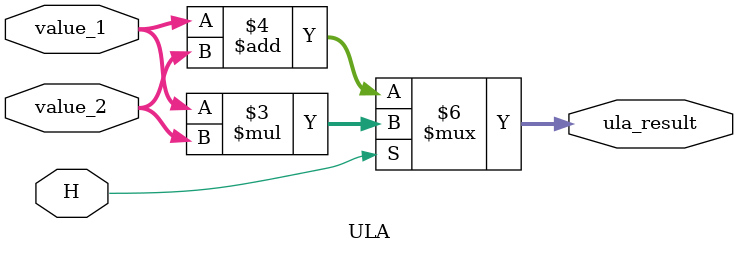
<source format=v>
module ULA(value_1, value_2, H, ula_result);

  input [15:0] value_1, value_2;
  output reg [15:0] ula_result;
  input H;

	always @ (value_1 or value_2 or H) begin
		if (H == 1)
      ula_result = value_1 * value_2;
    else
      ula_result = value_1 + value_2;
	end

endmodule
</source>
